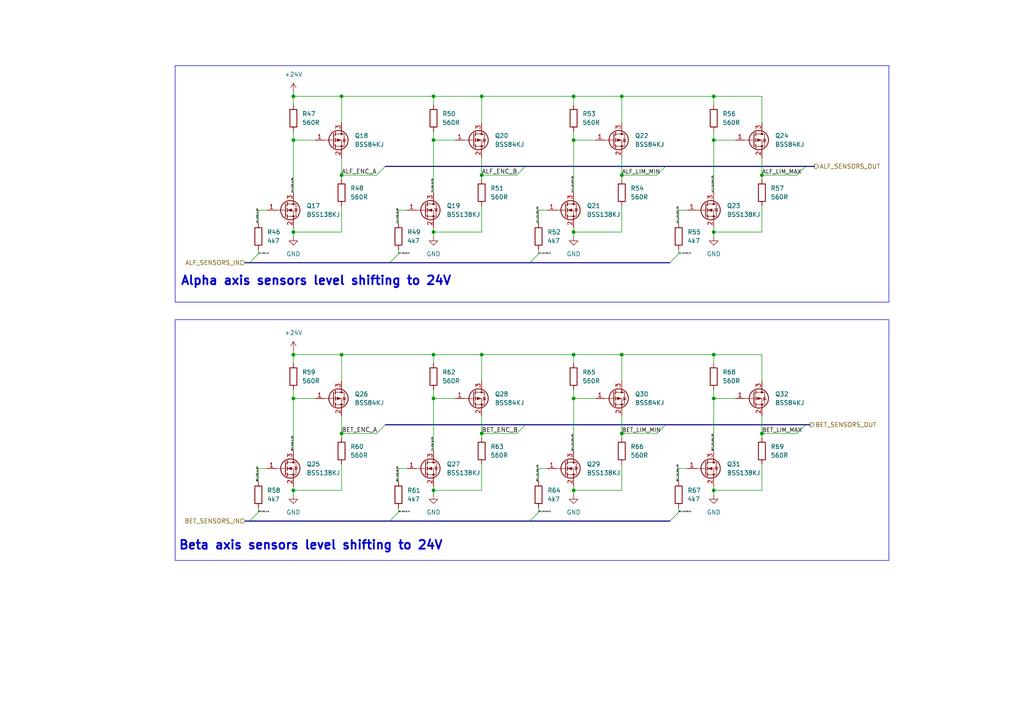
<source format=kicad_sch>
(kicad_sch (version 20231120) (generator "eeschema") (generator_version "8.0")
  (paper "A4")
  (title_block (title "Karcsi (INDACT Robot Arm) - Aux. Control Board 3") (date "2024-05-09") (rev "1.0") (company "LEGO Kör (legokor.hu)") (comment 1 "Designed by Panka Horváth, Gergely Halász, Máté Kovács") (comment 2 "Reviewed by Máté Kovács, "))
  (lib_symbols
    (symbol "Device:R" (pin_numbers hide) (pin_names (offset 0))
      (property "Reference" "R" (at 2.032 0 90))
      (property "Value" "R" (at 0 0 90))
      (symbol "R_0_1"
        (rectangle (start -1.016 -2.54) (end 1.016 2.54) (stroke (width 0.254)))
      )
      (symbol "R_1_1"
        (pin passive line (at 0 3.81 270) (length 1.27) (name "~") (number "1"))
        (pin passive line (at 0 -3.81 90) (length 1.27) (name "~") (number "2"))
      )
    )
    (symbol "Transistor_FET:BSS138" (pin_names hide)
      (property "Reference" "Q" (at 5.08 1.905 0))
      (property "Value" "BSS138" (at 5.08 0 0))
      (symbol "BSS138_0_1"
        (polyline (pts (xy 0.254 0) (xy -2.54 0)))
        (polyline (pts (xy 0.254 1.905) (xy 0.254 -1.905)) (stroke (width 0.254)))
        (polyline (pts (xy 0.762 -1.27) (xy 0.762 -2.286)) (stroke (width 0.254)))
        (polyline (pts (xy 0.762 0.508) (xy 0.762 -0.508)) (stroke (width 0.254)))
        (polyline (pts (xy 0.762 2.286) (xy 0.762 1.27)) (stroke (width 0.254)))
        (polyline (pts (xy 2.54 2.54) (xy 2.54 1.778)))
        (polyline (pts (xy 2.54 -2.54) (xy 2.54 0) (xy 0.762 0)))
        (polyline (pts (xy 0.762 -1.778) (xy 3.302 -1.778) (xy 3.302 1.778) (xy 0.762 1.778)))
        (polyline (pts (xy 1.016 0) (xy 2.032 0.381) (xy 2.032 -0.381) (xy 1.016 0)) (fill (type outline)))
        (polyline (pts (xy 2.794 0.508) (xy 2.921 0.381) (xy 3.683 0.381) (xy 3.81 0.254)))
        (polyline (pts (xy 3.302 0.381) (xy 2.921 -0.254) (xy 3.683 -0.254) (xy 3.302 0.381)))
        (circle (center 1.651 0) (radius 2.794) (stroke (width 0.254)))
        (circle (center 2.54 -1.778) (radius 0.254) (fill (type outline)))
        (circle (center 2.54 1.778) (radius 0.254) (fill (type outline)))
      )
      (symbol "BSS138_1_1"
        (pin input line (at -5.08 0 0) (length 2.54) (name "G") (number "1"))
        (pin passive line (at 2.54 -5.08 90) (length 2.54) (name "S") (number "2"))
        (pin passive line (at 2.54 5.08 270) (length 2.54) (name "D") (number "3"))
      )
    )
    (symbol "Transistor_FET:BSS84" (pin_names hide)
      (property "Reference" "Q" (at 5.08 1.905 0))
      (property "Value" "BSS84" (at 5.08 0 0))
      (symbol "BSS84_0_1"
        (polyline (pts (xy 0.254 0) (xy -2.54 0)))
        (polyline (pts (xy 0.254 1.905) (xy 0.254 -1.905)) (stroke (width 0.254)))
        (polyline (pts (xy 0.762 -1.27) (xy 0.762 -2.286)) (stroke (width 0.254)))
        (polyline (pts (xy 0.762 0.508) (xy 0.762 -0.508)) (stroke (width 0.254)))
        (polyline (pts (xy 0.762 2.286) (xy 0.762 1.27)) (stroke (width 0.254)))
        (polyline (pts (xy 2.54 2.54) (xy 2.54 1.778)))
        (polyline (pts (xy 2.54 -2.54) (xy 2.54 0) (xy 0.762 0)))
        (polyline (pts (xy 0.762 1.778) (xy 3.302 1.778) (xy 3.302 -1.778) (xy 0.762 -1.778)))
        (polyline (pts (xy 2.286 0) (xy 1.27 0.381) (xy 1.27 -0.381) (xy 2.286 0)) (fill (type outline)))
        (polyline (pts (xy 2.794 -0.508) (xy 2.921 -0.381) (xy 3.683 -0.381) (xy 3.81 -0.254)))
        (polyline (pts (xy 3.302 -0.381) (xy 2.921 0.254) (xy 3.683 0.254) (xy 3.302 -0.381)))
        (circle (center 1.651 0) (radius 2.794) (stroke (width 0.254)))
        (circle (center 2.54 -1.778) (radius 0.254) (fill (type outline)))
        (circle (center 2.54 1.778) (radius 0.254) (fill (type outline)))
      )
      (symbol "BSS84_1_1"
        (pin input line (at -5.08 0 0) (length 2.54) (name "G") (number "1"))
        (pin passive line (at 2.54 -5.08 90) (length 2.54) (name "S") (number "2"))
        (pin passive line (at 2.54 5.08 270) (length 2.54) (name "D") (number "3"))
      )
    )
    (symbol "power:+24V" (power) (pin_numbers hide) (pin_names (offset 0) hide)
      (property "Value" "+24V" (at 0 3.556 0))
      (symbol "+24V_0_1"
        (polyline (pts (xy -0.762 1.27) (xy 0 2.54)))
        (polyline (pts (xy 0 0) (xy 0 2.54)))
        (polyline (pts (xy 0 2.54) (xy 0.762 1.27)))
      )
      (symbol "+24V_1_1"
        (pin power_in line (at 0 0 90) (length 0) (name "~") (number "1"))
      )
    )
    (symbol "power:GND" (power) (pin_numbers hide) (pin_names (offset 0) hide)
      (property "Value" "GND" (at 0 -3.81 0))
      (symbol "GND_0_1"
        (polyline (pts (xy 0 0) (xy 0 -1.27) (xy 1.27 -1.27) (xy 0 -2.54) (xy -1.27 -1.27) (xy 0 -1.27)))
      )
      (symbol "GND_1_1"
        (pin power_in line (at 0 0 270) (length 0) (name "~") (number "1"))
      )
    )
  )
  (junction (at 166.37 40.64))
  (junction (at 85.09 102.87))
  (junction (at 85.09 142.24))
  (junction (at 99.06 102.87))
  (junction (at 125.73 102.87))
  (junction (at 139.7 50.8))
  (junction (at 207.01 142.24))
  (junction (at 125.73 67.31))
  (junction (at 180.34 50.8))
  (junction (at 220.98 125.73))
  (junction (at 85.09 40.64))
  (junction (at 99.06 27.94))
  (junction (at 180.34 125.73))
  (junction (at 99.06 50.8))
  (junction (at 166.37 27.94))
  (junction (at 180.34 102.87))
  (junction (at 180.34 27.94))
  (junction (at 166.37 102.87))
  (junction (at 85.09 27.94))
  (junction (at 207.01 102.87))
  (junction (at 166.37 115.57))
  (junction (at 207.01 27.94))
  (junction (at 125.73 40.64))
  (junction (at 139.7 27.94))
  (junction (at 207.01 40.64))
  (junction (at 125.73 142.24))
  (junction (at 139.7 102.87))
  (junction (at 166.37 67.31))
  (junction (at 207.01 115.57))
  (junction (at 220.98 50.8))
  (junction (at 99.06 125.73))
  (junction (at 85.09 67.31))
  (junction (at 207.01 67.31))
  (junction (at 125.73 27.94))
  (junction (at 85.09 115.57))
  (junction (at 139.7 125.73))
  (junction (at 166.37 142.24))
  (junction (at 125.73 115.57))
  (bus_entry (at 109.22 125.73) (size 2.54 -2.54))
  (bus_entry (at 149.86 50.8) (size 2.54 -2.54))
  (bus_entry (at 196.85 148.59) (size -2.54 2.54))
  (bus_entry (at 190.5 50.8) (size 2.54 -2.54))
  (bus_entry (at 115.57 73.66) (size -2.54 2.54))
  (bus_entry (at 196.85 73.66) (size -2.54 2.54))
  (bus_entry (at 74.93 148.59) (size -2.54 2.54))
  (bus_entry (at 149.86 125.73) (size 2.54 -2.54))
  (bus_entry (at 156.21 148.59) (size -2.54 2.54))
  (bus_entry (at 231.14 125.73) (size 2.54 -2.54))
  (bus_entry (at 115.57 148.59) (size -2.54 2.54))
  (bus_entry (at 231.14 50.8) (size 2.54 -2.54))
  (bus_entry (at 190.5 125.73) (size 2.54 -2.54))
  (bus_entry (at 156.21 73.66) (size -2.54 2.54))
  (bus_entry (at 109.22 50.8) (size 2.54 -2.54))
  (bus_entry (at 74.93 73.66) (size -2.54 2.54))
  (wire (pts (xy 139.7 50.8) (xy 139.7 52.07)))
  (wire (pts (xy 139.7 120.65) (xy 139.7 125.73)))
  (wire (pts (xy 125.73 40.64) (xy 132.08 40.64)))
  (wire (pts (xy 180.34 27.94) (xy 207.01 27.94)))
  (bus (pts (xy 193.04 48.26) (xy 233.68 48.26)))
  (wire (pts (xy 125.73 38.1) (xy 125.73 40.64)))
  (wire (pts (xy 139.7 67.31) (xy 125.73 67.31)))
  (wire (pts (xy 125.73 67.31) (xy 125.73 68.58)))
  (wire (pts (xy 99.06 125.73) (xy 109.22 125.73)))
  (wire (pts (xy 99.06 125.73) (xy 99.06 127)))
  (wire (pts (xy 99.06 50.8) (xy 109.22 50.8)))
  (wire (pts (xy 85.09 115.57) (xy 85.09 130.81)))
  (wire (pts (xy 85.09 101.6) (xy 85.09 102.87)))
  (wire (pts (xy 115.57 60.96) (xy 115.57 64.77)))
  (wire (pts (xy 139.7 134.62) (xy 139.7 142.24)))
  (wire (pts (xy 166.37 27.94) (xy 180.34 27.94)))
  (wire (pts (xy 156.21 60.96) (xy 156.21 64.77)))
  (wire (pts (xy 85.09 66.04) (xy 85.09 67.31)))
  (bus (pts (xy 152.4 48.26) (xy 193.04 48.26)))
  (wire (pts (xy 125.73 142.24) (xy 125.73 143.51)))
  (wire (pts (xy 139.7 27.94) (xy 166.37 27.94)))
  (wire (pts (xy 166.37 113.03) (xy 166.37 115.57)))
  (wire (pts (xy 180.34 125.73) (xy 190.5 125.73)))
  (wire (pts (xy 139.7 102.87) (xy 166.37 102.87)))
  (wire (pts (xy 196.85 60.96) (xy 196.85 64.77)))
  (wire (pts (xy 166.37 40.64) (xy 166.37 55.88)))
  (wire (pts (xy 85.09 140.97) (xy 85.09 142.24)))
  (wire (pts (xy 207.01 115.57) (xy 207.01 130.81)))
  (wire (pts (xy 99.06 102.87) (xy 99.06 110.49)))
  (wire (pts (xy 220.98 67.31) (xy 207.01 67.31)))
  (wire (pts (xy 85.09 142.24) (xy 85.09 143.51)))
  (wire (pts (xy 85.09 115.57) (xy 91.44 115.57)))
  (wire (pts (xy 156.21 147.32) (xy 156.21 148.59)))
  (wire (pts (xy 220.98 50.8) (xy 220.98 52.07)))
  (wire (pts (xy 125.73 27.94) (xy 125.73 30.48)))
  (wire (pts (xy 220.98 50.8) (xy 231.14 50.8)))
  (wire (pts (xy 180.34 67.31) (xy 166.37 67.31)))
  (wire (pts (xy 166.37 40.64) (xy 172.72 40.64)))
  (wire (pts (xy 125.73 27.94) (xy 139.7 27.94)))
  (wire (pts (xy 139.7 102.87) (xy 139.7 110.49)))
  (wire (pts (xy 180.34 102.87) (xy 180.34 110.49)))
  (wire (pts (xy 180.34 50.8) (xy 190.5 50.8)))
  (wire (pts (xy 85.09 102.87) (xy 85.09 105.41)))
  (wire (pts (xy 196.85 135.89) (xy 196.85 139.7)))
  (wire (pts (xy 125.73 115.57) (xy 125.73 130.81)))
  (wire (pts (xy 207.01 115.57) (xy 213.36 115.57)))
  (wire (pts (xy 115.57 135.89) (xy 115.57 139.7)))
  (wire (pts (xy 125.73 102.87) (xy 125.73 105.41)))
  (wire (pts (xy 207.01 40.64) (xy 207.01 55.88)))
  (wire (pts (xy 74.93 60.96) (xy 77.47 60.96)))
  (wire (pts (xy 139.7 45.72) (xy 139.7 50.8)))
  (wire (pts (xy 85.09 27.94) (xy 99.06 27.94)))
  (wire (pts (xy 220.98 27.94) (xy 220.98 35.56)))
  (wire (pts (xy 166.37 67.31) (xy 166.37 68.58)))
  (wire (pts (xy 207.01 27.94) (xy 220.98 27.94)))
  (wire (pts (xy 125.73 40.64) (xy 125.73 55.88)))
  (wire (pts (xy 207.01 67.31) (xy 207.01 68.58)))
  (wire (pts (xy 99.06 102.87) (xy 125.73 102.87)))
  (wire (pts (xy 85.09 113.03) (xy 85.09 115.57)))
  (bus (pts (xy 71.12 151.13) (xy 72.39 151.13)))
  (wire (pts (xy 207.01 38.1) (xy 207.01 40.64)))
  (wire (pts (xy 180.34 134.62) (xy 180.34 142.24)))
  (bus (pts (xy 153.67 151.13) (xy 194.31 151.13)))
  (wire (pts (xy 74.93 147.32) (xy 74.93 148.59)))
  (wire (pts (xy 139.7 142.24) (xy 125.73 142.24)))
  (wire (pts (xy 207.01 66.04) (xy 207.01 67.31)))
  (wire (pts (xy 139.7 125.73) (xy 139.7 127)))
  (wire (pts (xy 125.73 113.03) (xy 125.73 115.57)))
  (wire (pts (xy 207.01 140.97) (xy 207.01 142.24)))
  (wire (pts (xy 139.7 125.73) (xy 149.86 125.73)))
  (wire (pts (xy 99.06 67.31) (xy 85.09 67.31)))
  (wire (pts (xy 166.37 142.24) (xy 166.37 143.51)))
  (wire (pts (xy 196.85 72.39) (xy 196.85 73.66)))
  (wire (pts (xy 180.34 27.94) (xy 180.34 35.56)))
  (wire (pts (xy 74.93 60.96) (xy 74.93 64.77)))
  (wire (pts (xy 207.01 27.94) (xy 207.01 30.48)))
  (bus (pts (xy 233.68 48.26) (xy 236.22 48.26)))
  (wire (pts (xy 180.34 59.69) (xy 180.34 67.31)))
  (wire (pts (xy 99.06 45.72) (xy 99.06 50.8)))
  (wire (pts (xy 125.73 140.97) (xy 125.73 142.24)))
  (bus (pts (xy 113.03 76.2) (xy 153.67 76.2)))
  (wire (pts (xy 139.7 59.69) (xy 139.7 67.31)))
  (wire (pts (xy 99.06 59.69) (xy 99.06 67.31)))
  (wire (pts (xy 180.34 45.72) (xy 180.34 50.8)))
  (bus (pts (xy 111.76 123.19) (xy 152.4 123.19)))
  (wire (pts (xy 220.98 125.73) (xy 220.98 127)))
  (wire (pts (xy 166.37 102.87) (xy 166.37 105.41)))
  (wire (pts (xy 220.98 45.72) (xy 220.98 50.8)))
  (wire (pts (xy 220.98 102.87) (xy 220.98 110.49)))
  (wire (pts (xy 85.09 38.1) (xy 85.09 40.64)))
  (bus (pts (xy 111.76 48.26) (xy 152.4 48.26)))
  (wire (pts (xy 220.98 142.24) (xy 207.01 142.24)))
  (wire (pts (xy 115.57 135.89) (xy 118.11 135.89)))
  (wire (pts (xy 207.01 142.24) (xy 207.01 143.51)))
  (wire (pts (xy 156.21 72.39) (xy 156.21 73.66)))
  (wire (pts (xy 196.85 60.96) (xy 199.39 60.96)))
  (wire (pts (xy 99.06 27.94) (xy 99.06 35.56)))
  (wire (pts (xy 166.37 115.57) (xy 166.37 130.81)))
  (wire (pts (xy 207.01 113.03) (xy 207.01 115.57)))
  (wire (pts (xy 85.09 67.31) (xy 85.09 68.58)))
  (wire (pts (xy 207.01 102.87) (xy 220.98 102.87)))
  (wire (pts (xy 85.09 40.64) (xy 85.09 55.88)))
  (bus (pts (xy 72.39 76.2) (xy 113.03 76.2)))
  (wire (pts (xy 156.21 135.89) (xy 158.75 135.89)))
  (wire (pts (xy 196.85 135.89) (xy 199.39 135.89)))
  (wire (pts (xy 85.09 27.94) (xy 85.09 30.48)))
  (wire (pts (xy 156.21 60.96) (xy 158.75 60.96)))
  (wire (pts (xy 180.34 125.73) (xy 180.34 127)))
  (bus (pts (xy 71.12 76.2) (xy 72.39 76.2)))
  (wire (pts (xy 220.98 120.65) (xy 220.98 125.73)))
  (bus (pts (xy 152.4 123.19) (xy 193.04 123.19)))
  (wire (pts (xy 166.37 140.97) (xy 166.37 142.24)))
  (wire (pts (xy 85.09 40.64) (xy 91.44 40.64)))
  (wire (pts (xy 207.01 102.87) (xy 207.01 105.41)))
  (wire (pts (xy 166.37 115.57) (xy 172.72 115.57)))
  (wire (pts (xy 139.7 50.8) (xy 149.86 50.8)))
  (wire (pts (xy 196.85 147.32) (xy 196.85 148.59)))
  (wire (pts (xy 125.73 66.04) (xy 125.73 67.31)))
  (wire (pts (xy 180.34 102.87) (xy 207.01 102.87)))
  (wire (pts (xy 166.37 66.04) (xy 166.37 67.31)))
  (wire (pts (xy 166.37 38.1) (xy 166.37 40.64)))
  (wire (pts (xy 74.93 72.39) (xy 74.93 73.66)))
  (wire (pts (xy 99.06 142.24) (xy 85.09 142.24)))
  (bus (pts (xy 193.04 123.19) (xy 233.68 123.19)))
  (wire (pts (xy 166.37 27.94) (xy 166.37 30.48)))
  (wire (pts (xy 180.34 120.65) (xy 180.34 125.73)))
  (wire (pts (xy 166.37 102.87) (xy 180.34 102.87)))
  (wire (pts (xy 99.06 120.65) (xy 99.06 125.73)))
  (wire (pts (xy 115.57 147.32) (xy 115.57 148.59)))
  (wire (pts (xy 74.93 135.89) (xy 77.47 135.89)))
  (wire (pts (xy 220.98 59.69) (xy 220.98 67.31)))
  (wire (pts (xy 115.57 60.96) (xy 118.11 60.96)))
  (wire (pts (xy 125.73 115.57) (xy 132.08 115.57)))
  (wire (pts (xy 156.21 135.89) (xy 156.21 139.7)))
  (wire (pts (xy 180.34 142.24) (xy 166.37 142.24)))
  (wire (pts (xy 125.73 102.87) (xy 139.7 102.87)))
  (wire (pts (xy 85.09 26.67) (xy 85.09 27.94)))
  (wire (pts (xy 220.98 125.73) (xy 231.14 125.73)))
  (wire (pts (xy 220.98 134.62) (xy 220.98 142.24)))
  (bus (pts (xy 153.67 76.2) (xy 194.31 76.2)))
  (wire (pts (xy 180.34 50.8) (xy 180.34 52.07)))
  (wire (pts (xy 99.06 134.62) (xy 99.06 142.24)))
  (bus (pts (xy 72.39 151.13) (xy 113.03 151.13)))
  (wire (pts (xy 139.7 27.94) (xy 139.7 35.56)))
  (wire (pts (xy 74.93 135.89) (xy 74.93 139.7)))
  (wire (pts (xy 85.09 102.87) (xy 99.06 102.87)))
  (wire (pts (xy 99.06 27.94) (xy 125.73 27.94)))
  (bus (pts (xy 233.68 123.19) (xy 234.95 123.19)))
  (wire (pts (xy 99.06 50.8) (xy 99.06 52.07)))
  (wire (pts (xy 115.57 72.39) (xy 115.57 73.66)))
  (wire (pts (xy 207.01 40.64) (xy 213.36 40.64)))
  (bus (pts (xy 113.03 151.13) (xy 153.67 151.13)))
  (rectangle (start 50.8 92.71) (end 257.81 162.56))
  (rectangle (start 50.8 19.05) (end 257.81 87.63))
  (text "Alpha axis sensors level shifting to 24V" (at 91.694 81.534 0) (effects (font (size 2.54 2.54) (thickness 0.508) (bold yes))))
  (text "Beta axis sensors level shifting to 24V" (at 90.17 158.242 0) (effects (font (size 2.54 2.54) (thickness 0.508) (bold yes))))
  (label "BET_ENC_A_PG" (at 85.09 130.81 90) (effects (font (size 0.4 0.4))))
  (label "BET_ENC_A_IN" (at 74.93 148.59 0) (effects (font (size 0.3 0.3))))
  (label "BET_LIM_MIN_IN" (at 156.21 148.59 0) (effects (font (size 0.3 0.3))))
  (label "ALF_ENC_A_IN" (at 74.93 73.66 0) (effects (font (size 0.3 0.3))))
  (label "BET_ENC_A_NG" (at 74.93 139.7 90) (effects (font (size 0.4 0.4))))
  (label "ALF_LIM_MIN" (at 180.34 50.8 0) (effects (font (size 1.2 1.2))))
  (label "ALF_LIM_MAX" (at 220.98 50.8 0) (effects (font (size 1.2 1.2))))
  (label "ALF_LIM_MAX_IN" (at 196.85 73.66 0) (effects (font (size 0.3 0.3))))
  (label "BET_LIM_MIN" (at 180.34 125.73 0) (effects (font (size 1.2 1.2))))
  (label "ALF_LIM_MIN_PG" (at 166.37 55.88 90) (effects (font (size 0.4 0.4))))
  (label "ALF_ENC_B" (at 139.7 50.8 0))
  (label "BET_LIM_MIN_PG" (at 166.37 130.81 90) (effects (font (size 0.4 0.4))))
  (label "ALF_ENC_B_IN" (at 115.57 73.66 0) (effects (font (size 0.3 0.3))))
  (label "BET_ENC_B" (at 139.7 125.73 0))
  (label "ALF_LIM_MIN_NG" (at 156.21 64.77 90) (effects (font (size 0.4 0.4))))
  (label "ALF_ENC_A_NG" (at 74.93 64.77 90) (effects (font (size 0.4 0.4))))
  (label "BET_LIM_MAX" (at 220.98 125.73 0) (effects (font (size 1.2 1.2))))
  (label "BET_ENC_A" (at 99.06 125.73 0))
  (label "TN_ENC_B_PG" (at 125.73 130.81 90) (effects (font (size 0.4 0.4))))
  (label "ALF_ENC_A_PG" (at 85.09 55.88 90) (effects (font (size 0.4 0.4))))
  (label "BET_ENC_B_NG" (at 115.57 139.7 90) (effects (font (size 0.4 0.4))))
  (label "BET_LIM_MAX_IN" (at 196.85 148.59 0) (effects (font (size 0.3 0.3))))
  (label "BET_LIM_MIN_NG" (at 156.21 139.7 90) (effects (font (size 0.4 0.4))))
  (label "BET_LIM_MAX_PG" (at 207.01 130.81 90) (effects (font (size 0.4 0.4))))
  (label "TN_ENC_B_PG" (at 125.73 55.88 90) (effects (font (size 0.4 0.4))))
  (label "BET_LIM_MAX_NG" (at 196.85 139.7 90) (effects (font (size 0.4 0.4))))
  (label "ALF_LIM_MAX_NG" (at 196.85 64.77 90) (effects (font (size 0.4 0.4))))
  (label "ALF_LIM_MAX_PG" (at 207.01 55.88 90) (effects (font (size 0.4 0.4))))
  (label "ALF_LIM_MIN_IN" (at 156.21 73.66 0) (effects (font (size 0.3 0.3))))
  (label "ALF_ENC_A" (at 99.06 50.8 0))
  (label "BET_ENC_B_IN" (at 115.57 148.59 0) (effects (font (size 0.3 0.3))))
  (label "ALF_ENC_B_NG" (at 115.57 64.77 90) (effects (font (size 0.4 0.4))))
  (hierarchical_label "BET_SENSORS_IN" (shape input) (at 71.12 151.13 180))
  (hierarchical_label "ALF_SENSORS_IN" (shape input) (at 71.12 76.2 180))
  (hierarchical_label "ALF_SENSORS_OUT" (shape output) (at 236.22 48.26 0))
  (hierarchical_label "BET_SENSORS_OUT" (shape output) (at 234.95 123.19 0))
  (symbol (lib_id "Device:R") (at 99.06 130.81 0) (unit 1)
    (property "Reference" "R60" (at 101.6 129.5399 0) (effects (justify left)))
    (property "Value" "560R" (at 101.6 132.0799 0) (effects (justify left)))
    (property "Footprint" "Resistor_SMD:R_0805_2012Metric_Pad1.20x1.40mm_HandSolder" (effects (hide yes)))
    (property "Description" "Resistor" (effects (hide yes)))
    (property "Supplier" "Lomex" (effects (hide yes)))
    (property "Supplier item no" "81-10-84" (effects (hide yes)))
    (property "Sourced" "1" (effects (hide yes)))
  )
  (symbol (lib_id "Device:R") (at 99.06 55.88 0) (unit 1)
    (property "Reference" "R48" (at 101.6 54.6099 0) (effects (justify left)))
    (property "Value" "560R" (at 101.6 57.1499 0) (effects (justify left)))
    (property "Footprint" "Resistor_SMD:R_0805_2012Metric_Pad1.20x1.40mm_HandSolder" (effects (hide yes)))
    (property "Description" "Resistor" (effects (hide yes)))
    (property "Supplier" "Lomex" (effects (hide yes)))
    (property "Supplier item no" "81-10-84" (effects (hide yes)))
    (property "Sourced" "1" (effects (hide yes)))
  )
  (symbol (lib_id "Device:R") (at 85.09 34.29 0) (unit 1)
    (property "Reference" "R47" (at 87.63 33.0199 0) (effects (justify left)))
    (property "Value" "560R" (at 87.63 35.5599 0) (effects (justify left)))
    (property "Footprint" "Resistor_SMD:R_0805_2012Metric_Pad1.20x1.40mm_HandSolder" (effects (hide yes)))
    (property "Description" "Resistor" (effects (hide yes)))
    (property "Supplier" "Lomex" (effects (hide yes)))
    (property "Supplier item no" "81-10-84" (effects (hide yes)))
    (property "Sourced" "1" (effects (hide yes)))
  )
  (symbol (lib_id "Transistor_FET:BSS84") (at 96.52 115.57 0) (unit 1)
    (property "Reference" "Q26" (at 102.87 114.2999 0) (effects (justify left)))
    (property "Value" "BSS84KJ" (at 102.87 116.8399 0) (effects (justify left)))
    (property "Footprint" "Package_TO_SOT_SMD:SOT-23" (effects (hide yes)))
    (property "Datasheet" "https://lomex.hu/pdf/yet/(yet)_bss84kj.pdf" (effects (hide yes)))
    (property "Description" "-0.13A Id, -50V Vds, P-Channel MOSFET, SOT-23" (effects (hide yes)))
    (property "Sourced" "0" (effects (hide yes)))
    (property "Supplier" "Lomex" (effects (hide yes)))
    (property "Supplier URL" "https://lomex.hu/hu/webshop/#page,0/search,86-07-17/stype,1" (effects (hide yes)))
    (property "Supplier item no" "86-07-17" (effects (hide yes)))
  )
  (symbol (lib_id "Transistor_FET:BSS138") (at 123.19 135.89 0) (unit 1)
    (property "Reference" "Q27" (at 129.54 134.6199 0) (effects (justify left)))
    (property "Value" "BSS138KJ" (at 129.54 137.1599 0) (effects (justify left)))
    (property "Footprint" "Package_TO_SOT_SMD:SOT-23" (effects (hide yes)))
    (property "Datasheet" "https://lomex.hu/pdf/yet/(yet)_bss138kj.pdf" (effects (hide yes)))
    (property "Description" "50V Vds, 0.22A Id, N-Channel MOSFET, SOT-23" (effects (hide yes)))
    (property "Supplier" "Lomex" (effects (hide yes)))
    (property "Supplier URL" "https://lomex.hu/hu/webshop/#page,0/search,86-07-11/stype,1" (effects (hide yes)))
    (property "Supplier item no" "86-07-11" (effects (hide yes)))
    (property "Sourced" "1" (effects (hide yes)))
  )
  (symbol (lib_id "Device:R") (at 220.98 55.88 0) (unit 1)
    (property "Reference" "R57" (at 223.52 54.6099 0) (effects (justify left)))
    (property "Value" "560R" (at 223.52 57.1499 0) (effects (justify left)))
    (property "Footprint" "Resistor_SMD:R_0805_2012Metric_Pad1.20x1.40mm_HandSolder" (effects (hide yes)))
    (property "Description" "Resistor" (effects (hide yes)))
    (property "Supplier" "Lomex" (effects (hide yes)))
    (property "Supplier item no" "81-10-84" (effects (hide yes)))
    (property "Sourced" "1" (effects (hide yes)))
  )
  (symbol (lib_id "power:GND") (at 125.73 143.51 0) (unit 1)
    (property "Reference" "#PWR035" (effects (hide yes)))
    (property "Value" "GND" (at 125.73 148.59 0))
    (property "Description" "Power symbol creates a global label with name \"GND\" , ground" (effects (hide yes)))
  )
  (symbol (lib_id "power:GND") (at 85.09 68.58 0) (unit 1)
    (property "Reference" "#PWR029" (effects (hide yes)))
    (property "Value" "GND" (at 85.09 73.66 0))
    (property "Description" "Power symbol creates a global label with name \"GND\" , ground" (effects (hide yes)))
  )
  (symbol (lib_id "Device:R") (at 156.21 143.51 0) (unit 1)
    (property "Reference" "R64" (at 158.75 142.2399 0) (effects (justify left)))
    (property "Value" "4k7" (at 158.75 144.7799 0) (effects (justify left)))
    (property "Footprint" "Resistor_SMD:R_0805_2012Metric_Pad1.20x1.40mm_HandSolder" (effects (hide yes)))
    (property "Description" "Resistor" (effects (hide yes)))
    (property "Supplier" "Lomex" (effects (hide yes)))
    (property "Supplier item no" "81-10-95" (effects (hide yes)))
    (property "Sourced" "1" (effects (hide yes)))
  )
  (symbol (lib_id "Device:R") (at 180.34 130.81 0) (unit 1)
    (property "Reference" "R66" (at 182.88 129.5399 0) (effects (justify left)))
    (property "Value" "560R" (at 182.88 132.0799 0) (effects (justify left)))
    (property "Footprint" "Resistor_SMD:R_0805_2012Metric_Pad1.20x1.40mm_HandSolder" (effects (hide yes)))
    (property "Description" "Resistor" (effects (hide yes)))
    (property "Supplier" "Lomex" (effects (hide yes)))
    (property "Supplier item no" "81-10-84" (effects (hide yes)))
    (property "Sourced" "1" (effects (hide yes)))
  )
  (symbol (lib_id "Transistor_FET:BSS138") (at 82.55 60.96 0) (unit 1)
    (property "Reference" "Q17" (at 88.9 59.6899 0) (effects (justify left)))
    (property "Value" "BSS138KJ" (at 88.9 62.2299 0) (effects (justify left)))
    (property "Footprint" "Package_TO_SOT_SMD:SOT-23" (effects (hide yes)))
    (property "Datasheet" "https://lomex.hu/pdf/yet/(yet)_bss138kj.pdf" (effects (hide yes)))
    (property "Description" "50V Vds, 0.22A Id, N-Channel MOSFET, SOT-23" (effects (hide yes)))
    (property "Supplier" "Lomex" (effects (hide yes)))
    (property "Supplier URL" "https://lomex.hu/hu/webshop/#page,0/search,86-07-11/stype,1" (effects (hide yes)))
    (property "Supplier item no" "86-07-11" (effects (hide yes)))
    (property "Sourced" "1" (effects (hide yes)))
  )
  (symbol (lib_id "Device:R") (at 85.09 109.22 0) (unit 1)
    (property "Reference" "R59" (at 87.63 107.9499 0) (effects (justify left)))
    (property "Value" "560R" (at 87.63 110.4899 0) (effects (justify left)))
    (property "Footprint" "Resistor_SMD:R_0805_2012Metric_Pad1.20x1.40mm_HandSolder" (effects (hide yes)))
    (property "Description" "Resistor" (effects (hide yes)))
    (property "Supplier" "Lomex" (effects (hide yes)))
    (property "Supplier item no" "81-10-84" (effects (hide yes)))
    (property "Sourced" "1" (effects (hide yes)))
  )
  (symbol (lib_id "Device:R") (at 156.21 68.58 0) (unit 1)
    (property "Reference" "R52" (at 158.75 67.3099 0) (effects (justify left)))
    (property "Value" "4k7" (at 158.75 69.8499 0) (effects (justify left)))
    (property "Footprint" "Resistor_SMD:R_0805_2012Metric_Pad1.20x1.40mm_HandSolder" (effects (hide yes)))
    (property "Description" "Resistor" (effects (hide yes)))
    (property "Supplier" "Lomex" (effects (hide yes)))
    (property "Supplier item no" "81-10-95" (effects (hide yes)))
    (property "Sourced" "1" (effects (hide yes)))
  )
  (symbol (lib_id "Device:R") (at 115.57 68.58 0) (unit 1)
    (property "Reference" "R49" (at 118.11 67.3099 0) (effects (justify left)))
    (property "Value" "4k7" (at 118.11 69.8499 0) (effects (justify left)))
    (property "Footprint" "Resistor_SMD:R_0805_2012Metric_Pad1.20x1.40mm_HandSolder" (effects (hide yes)))
    (property "Description" "Resistor" (effects (hide yes)))
    (property "Supplier" "Lomex" (effects (hide yes)))
    (property "Supplier item no" "81-10-95" (effects (hide yes)))
    (property "Sourced" "1" (effects (hide yes)))
  )
  (symbol (lib_id "Transistor_FET:BSS138") (at 163.83 60.96 0) (unit 1)
    (property "Reference" "Q21" (at 170.18 59.6899 0) (effects (justify left)))
    (property "Value" "BSS138KJ" (at 170.18 62.2299 0) (effects (justify left)))
    (property "Footprint" "Package_TO_SOT_SMD:SOT-23" (effects (hide yes)))
    (property "Datasheet" "https://lomex.hu/pdf/yet/(yet)_bss138kj.pdf" (effects (hide yes)))
    (property "Description" "50V Vds, 0.22A Id, N-Channel MOSFET, SOT-23" (effects (hide yes)))
    (property "Supplier" "Lomex" (effects (hide yes)))
    (property "Supplier URL" "https://lomex.hu/hu/webshop/#page,0/search,86-07-11/stype,1" (effects (hide yes)))
    (property "Supplier item no" "86-07-11" (effects (hide yes)))
    (property "Sourced" "1" (effects (hide yes)))
  )
  (symbol (lib_id "Device:R") (at 74.93 143.51 0) (unit 1)
    (property "Reference" "R58" (at 77.47 142.2399 0) (effects (justify left)))
    (property "Value" "4k7" (at 77.47 144.7799 0) (effects (justify left)))
    (property "Footprint" "Resistor_SMD:R_0805_2012Metric_Pad1.20x1.40mm_HandSolder" (effects (hide yes)))
    (property "Description" "Resistor" (effects (hide yes)))
    (property "Supplier" "Lomex" (effects (hide yes)))
    (property "Supplier item no" "81-10-95" (effects (hide yes)))
    (property "Sourced" "1" (effects (hide yes)))
  )
  (symbol (lib_id "Device:R") (at 115.57 143.51 0) (unit 1)
    (property "Reference" "R61" (at 118.11 142.2399 0) (effects (justify left)))
    (property "Value" "4k7" (at 118.11 144.7799 0) (effects (justify left)))
    (property "Footprint" "Resistor_SMD:R_0805_2012Metric_Pad1.20x1.40mm_HandSolder" (effects (hide yes)))
    (property "Description" "Resistor" (effects (hide yes)))
    (property "Supplier" "Lomex" (effects (hide yes)))
    (property "Supplier item no" "81-10-95" (effects (hide yes)))
    (property "Sourced" "1" (effects (hide yes)))
  )
  (symbol (lib_id "Transistor_FET:BSS138") (at 123.19 60.96 0) (unit 1)
    (property "Reference" "Q19" (at 129.54 59.6899 0) (effects (justify left)))
    (property "Value" "BSS138KJ" (at 129.54 62.2299 0) (effects (justify left)))
    (property "Footprint" "Package_TO_SOT_SMD:SOT-23" (effects (hide yes)))
    (property "Datasheet" "https://lomex.hu/pdf/yet/(yet)_bss138kj.pdf" (effects (hide yes)))
    (property "Description" "50V Vds, 0.22A Id, N-Channel MOSFET, SOT-23" (effects (hide yes)))
    (property "Supplier" "Lomex" (effects (hide yes)))
    (property "Supplier URL" "https://lomex.hu/hu/webshop/#page,0/search,86-07-11/stype,1" (effects (hide yes)))
    (property "Supplier item no" "86-07-11" (effects (hide yes)))
    (property "Sourced" "1" (effects (hide yes)))
  )
  (symbol (lib_id "Device:R") (at 180.34 55.88 0) (unit 1)
    (property "Reference" "R54" (at 182.88 54.6099 0) (effects (justify left)))
    (property "Value" "560R" (at 182.88 57.1499 0) (effects (justify left)))
    (property "Footprint" "Resistor_SMD:R_0805_2012Metric_Pad1.20x1.40mm_HandSolder" (effects (hide yes)))
    (property "Description" "Resistor" (effects (hide yes)))
    (property "Supplier" "Lomex" (effects (hide yes)))
    (property "Supplier item no" "81-10-84" (effects (hide yes)))
    (property "Sourced" "1" (effects (hide yes)))
  )
  (symbol (lib_id "power:GND") (at 166.37 143.51 0) (unit 1)
    (property "Reference" "#PWR036" (effects (hide yes)))
    (property "Value" "GND" (at 166.37 148.59 0))
    (property "Description" "Power symbol creates a global label with name \"GND\" , ground" (effects (hide yes)))
  )
  (symbol (lib_id "Transistor_FET:BSS84") (at 137.16 40.64 0) (unit 1)
    (property "Reference" "Q20" (at 143.51 39.3699 0) (effects (justify left)))
    (property "Value" "BSS84KJ" (at 143.51 41.9099 0) (effects (justify left)))
    (property "Footprint" "Package_TO_SOT_SMD:SOT-23" (effects (hide yes)))
    (property "Datasheet" "https://lomex.hu/pdf/yet/(yet)_bss84kj.pdf" (effects (hide yes)))
    (property "Description" "-0.13A Id, -50V Vds, P-Channel MOSFET, SOT-23" (effects (hide yes)))
    (property "Sourced" "0" (effects (hide yes)))
    (property "Supplier" "Lomex" (effects (hide yes)))
    (property "Supplier URL" "https://lomex.hu/hu/webshop/#page,0/search,86-07-17/stype,1" (effects (hide yes)))
    (property "Supplier item no" "86-07-17" (effects (hide yes)))
  )
  (symbol (lib_id "Transistor_FET:BSS138") (at 163.83 135.89 0) (unit 1)
    (property "Reference" "Q29" (at 170.18 134.6199 0) (effects (justify left)))
    (property "Value" "BSS138KJ" (at 170.18 137.1599 0) (effects (justify left)))
    (property "Footprint" "Package_TO_SOT_SMD:SOT-23" (effects (hide yes)))
    (property "Datasheet" "https://lomex.hu/pdf/yet/(yet)_bss138kj.pdf" (effects (hide yes)))
    (property "Description" "50V Vds, 0.22A Id, N-Channel MOSFET, SOT-23" (effects (hide yes)))
    (property "Supplier" "Lomex" (effects (hide yes)))
    (property "Supplier URL" "https://lomex.hu/hu/webshop/#page,0/search,86-07-11/stype,1" (effects (hide yes)))
    (property "Supplier item no" "86-07-11" (effects (hide yes)))
    (property "Sourced" "1" (effects (hide yes)))
  )
  (symbol (lib_id "Device:R") (at 196.85 143.51 0) (unit 1)
    (property "Reference" "R67" (at 199.39 142.2399 0) (effects (justify left)))
    (property "Value" "4k7" (at 199.39 144.7799 0) (effects (justify left)))
    (property "Footprint" "Resistor_SMD:R_0805_2012Metric_Pad1.20x1.40mm_HandSolder" (effects (hide yes)))
    (property "Description" "Resistor" (effects (hide yes)))
    (property "Supplier" "Lomex" (effects (hide yes)))
    (property "Supplier item no" "81-10-95" (effects (hide yes)))
    (property "Sourced" "1" (effects (hide yes)))
  )
  (symbol (lib_id "Device:R") (at 166.37 109.22 0) (unit 1)
    (property "Reference" "R65" (at 168.91 107.9499 0) (effects (justify left)))
    (property "Value" "560R" (at 168.91 110.4899 0) (effects (justify left)))
    (property "Footprint" "Resistor_SMD:R_0805_2012Metric_Pad1.20x1.40mm_HandSolder" (effects (hide yes)))
    (property "Description" "Resistor" (effects (hide yes)))
    (property "Supplier" "Lomex" (effects (hide yes)))
    (property "Supplier item no" "81-10-84" (effects (hide yes)))
    (property "Sourced" "1" (effects (hide yes)))
  )
  (symbol (lib_id "power:+24V") (at 85.09 101.6 0) (unit 1)
    (property "Reference" "#PWR033" (effects (hide yes)))
    (property "Value" "+24V" (at 85.09 96.52 0))
    (property "Description" "Power symbol creates a global label with name \"+24V\"" (effects (hide yes)))
  )
  (symbol (lib_id "Device:R") (at 166.37 34.29 0) (unit 1)
    (property "Reference" "R53" (at 168.91 33.0199 0) (effects (justify left)))
    (property "Value" "560R" (at 168.91 35.5599 0) (effects (justify left)))
    (property "Footprint" "Resistor_SMD:R_0805_2012Metric_Pad1.20x1.40mm_HandSolder" (effects (hide yes)))
    (property "Description" "Resistor" (effects (hide yes)))
    (property "Supplier" "Lomex" (effects (hide yes)))
    (property "Supplier item no" "81-10-84" (effects (hide yes)))
    (property "Sourced" "1" (effects (hide yes)))
  )
  (symbol (lib_id "Device:R") (at 139.7 130.81 0) (unit 1)
    (property "Reference" "R63" (at 142.24 129.5399 0) (effects (justify left)))
    (property "Value" "560R" (at 142.24 132.0799 0) (effects (justify left)))
    (property "Footprint" "Resistor_SMD:R_0805_2012Metric_Pad1.20x1.40mm_HandSolder" (effects (hide yes)))
    (property "Description" "Resistor" (effects (hide yes)))
    (property "Supplier" "Lomex" (effects (hide yes)))
    (property "Supplier item no" "81-10-84" (effects (hide yes)))
    (property "Sourced" "1" (effects (hide yes)))
  )
  (symbol (lib_id "Device:R") (at 125.73 34.29 0) (unit 1)
    (property "Reference" "R50" (at 128.27 33.0199 0) (effects (justify left)))
    (property "Value" "560R" (at 128.27 35.5599 0) (effects (justify left)))
    (property "Footprint" "Resistor_SMD:R_0805_2012Metric_Pad1.20x1.40mm_HandSolder" (effects (hide yes)))
    (property "Description" "Resistor" (effects (hide yes)))
    (property "Supplier" "Lomex" (effects (hide yes)))
    (property "Supplier item no" "81-10-84" (effects (hide yes)))
    (property "Sourced" "1" (effects (hide yes)))
  )
  (symbol (lib_id "Device:R") (at 220.98 130.81 0) (unit 1)
    (property "Reference" "R69" (at 223.52 129.5399 0) (effects (justify left)))
    (property "Value" "560R" (at 223.52 132.0799 0) (effects (justify left)))
    (property "Footprint" "Resistor_SMD:R_0805_2012Metric_Pad1.20x1.40mm_HandSolder" (effects (hide yes)))
    (property "Description" "Resistor" (effects (hide yes)))
    (property "Supplier" "Lomex" (effects (hide yes)))
    (property "Supplier item no" "81-10-84" (effects (hide yes)))
    (property "Sourced" "1" (effects (hide yes)))
  )
  (symbol (lib_id "power:GND") (at 85.09 143.51 0) (unit 1)
    (property "Reference" "#PWR034" (effects (hide yes)))
    (property "Value" "GND" (at 85.09 148.59 0))
    (property "Description" "Power symbol creates a global label with name \"GND\" , ground" (effects (hide yes)))
  )
  (symbol (lib_id "Device:R") (at 196.85 68.58 0) (unit 1)
    (property "Reference" "R55" (at 199.39 67.3099 0) (effects (justify left)))
    (property "Value" "4k7" (at 199.39 69.8499 0) (effects (justify left)))
    (property "Footprint" "Resistor_SMD:R_0805_2012Metric_Pad1.20x1.40mm_HandSolder" (effects (hide yes)))
    (property "Description" "Resistor" (effects (hide yes)))
    (property "Supplier" "Lomex" (effects (hide yes)))
    (property "Supplier item no" "81-10-95" (effects (hide yes)))
    (property "Sourced" "1" (effects (hide yes)))
  )
  (symbol (lib_id "Transistor_FET:BSS84") (at 137.16 115.57 0) (unit 1)
    (property "Reference" "Q28" (at 143.51 114.2999 0) (effects (justify left)))
    (property "Value" "BSS84KJ" (at 143.51 116.8399 0) (effects (justify left)))
    (property "Footprint" "Package_TO_SOT_SMD:SOT-23" (effects (hide yes)))
    (property "Datasheet" "https://lomex.hu/pdf/yet/(yet)_bss84kj.pdf" (effects (hide yes)))
    (property "Description" "-0.13A Id, -50V Vds, P-Channel MOSFET, SOT-23" (effects (hide yes)))
    (property "Sourced" "0" (effects (hide yes)))
    (property "Supplier" "Lomex" (effects (hide yes)))
    (property "Supplier URL" "https://lomex.hu/hu/webshop/#page,0/search,86-07-17/stype,1" (effects (hide yes)))
    (property "Supplier item no" "86-07-17" (effects (hide yes)))
  )
  (symbol (lib_id "Transistor_FET:BSS138") (at 204.47 135.89 0) (unit 1)
    (property "Reference" "Q31" (at 210.82 134.6199 0) (effects (justify left)))
    (property "Value" "BSS138KJ" (at 210.82 137.1599 0) (effects (justify left)))
    (property "Footprint" "Package_TO_SOT_SMD:SOT-23" (effects (hide yes)))
    (property "Datasheet" "https://lomex.hu/pdf/yet/(yet)_bss138kj.pdf" (effects (hide yes)))
    (property "Description" "50V Vds, 0.22A Id, N-Channel MOSFET, SOT-23" (effects (hide yes)))
    (property "Supplier" "Lomex" (effects (hide yes)))
    (property "Supplier URL" "https://lomex.hu/hu/webshop/#page,0/search,86-07-11/stype,1" (effects (hide yes)))
    (property "Supplier item no" "86-07-11" (effects (hide yes)))
    (property "Sourced" "1" (effects (hide yes)))
  )
  (symbol (lib_id "Device:R") (at 125.73 109.22 0) (unit 1)
    (property "Reference" "R62" (at 128.27 107.9499 0) (effects (justify left)))
    (property "Value" "560R" (at 128.27 110.4899 0) (effects (justify left)))
    (property "Footprint" "Resistor_SMD:R_0805_2012Metric_Pad1.20x1.40mm_HandSolder" (effects (hide yes)))
    (property "Description" "Resistor" (effects (hide yes)))
    (property "Supplier" "Lomex" (effects (hide yes)))
    (property "Supplier item no" "81-10-84" (effects (hide yes)))
    (property "Sourced" "1" (effects (hide yes)))
  )
  (symbol (lib_id "power:GND") (at 166.37 68.58 0) (unit 1)
    (property "Reference" "#PWR031" (effects (hide yes)))
    (property "Value" "GND" (at 166.37 73.66 0))
    (property "Description" "Power symbol creates a global label with name \"GND\" , ground" (effects (hide yes)))
  )
  (symbol (lib_id "Device:R") (at 207.01 34.29 0) (unit 1)
    (property "Reference" "R56" (at 209.55 33.0199 0) (effects (justify left)))
    (property "Value" "560R" (at 209.55 35.5599 0) (effects (justify left)))
    (property "Footprint" "Resistor_SMD:R_0805_2012Metric_Pad1.20x1.40mm_HandSolder" (effects (hide yes)))
    (property "Description" "Resistor" (effects (hide yes)))
    (property "Supplier" "Lomex" (effects (hide yes)))
    (property "Supplier item no" "81-10-84" (effects (hide yes)))
    (property "Sourced" "1" (effects (hide yes)))
  )
  (symbol (lib_id "Transistor_FET:BSS138") (at 204.47 60.96 0) (unit 1)
    (property "Reference" "Q23" (at 210.82 59.6899 0) (effects (justify left)))
    (property "Value" "BSS138KJ" (at 210.82 62.2299 0) (effects (justify left)))
    (property "Footprint" "Package_TO_SOT_SMD:SOT-23" (effects (hide yes)))
    (property "Datasheet" "https://lomex.hu/pdf/yet/(yet)_bss138kj.pdf" (effects (hide yes)))
    (property "Description" "50V Vds, 0.22A Id, N-Channel MOSFET, SOT-23" (effects (hide yes)))
    (property "Supplier" "Lomex" (effects (hide yes)))
    (property "Supplier URL" "https://lomex.hu/hu/webshop/#page,0/search,86-07-11/stype,1" (effects (hide yes)))
    (property "Supplier item no" "86-07-11" (effects (hide yes)))
    (property "Sourced" "1" (effects (hide yes)))
  )
  (symbol (lib_id "Transistor_FET:BSS84") (at 218.44 40.64 0) (unit 1)
    (property "Reference" "Q24" (at 224.79 39.3699 0) (effects (justify left)))
    (property "Value" "BSS84KJ" (at 224.79 41.9099 0) (effects (justify left)))
    (property "Footprint" "Package_TO_SOT_SMD:SOT-23" (effects (hide yes)))
    (property "Datasheet" "https://lomex.hu/pdf/yet/(yet)_bss84kj.pdf" (effects (hide yes)))
    (property "Description" "-0.13A Id, -50V Vds, P-Channel MOSFET, SOT-23" (effects (hide yes)))
    (property "Sourced" "0" (effects (hide yes)))
    (property "Supplier" "Lomex" (effects (hide yes)))
    (property "Supplier URL" "https://lomex.hu/hu/webshop/#page,0/search,86-07-17/stype,1" (effects (hide yes)))
    (property "Supplier item no" "86-07-17" (effects (hide yes)))
  )
  (symbol (lib_id "Transistor_FET:BSS84") (at 96.52 40.64 0) (unit 1)
    (property "Reference" "Q18" (at 102.87 39.3699 0) (effects (justify left)))
    (property "Value" "BSS84KJ" (at 102.87 41.9099 0) (effects (justify left)))
    (property "Footprint" "Package_TO_SOT_SMD:SOT-23" (effects (hide yes)))
    (property "Datasheet" "https://lomex.hu/pdf/yet/(yet)_bss84kj.pdf" (effects (hide yes)))
    (property "Description" "-0.13A Id, -50V Vds, P-Channel MOSFET, SOT-23" (effects (hide yes)))
    (property "Sourced" "0" (effects (hide yes)))
    (property "Supplier" "Lomex" (effects (hide yes)))
    (property "Supplier URL" "https://lomex.hu/hu/webshop/#page,0/search,86-07-17/stype,1" (effects (hide yes)))
    (property "Supplier item no" "86-07-17" (effects (hide yes)))
  )
  (symbol (lib_id "power:GND") (at 125.73 68.58 0) (unit 1)
    (property "Reference" "#PWR030" (effects (hide yes)))
    (property "Value" "GND" (at 125.73 73.66 0))
    (property "Description" "Power symbol creates a global label with name \"GND\" , ground" (effects (hide yes)))
  )
  (symbol (lib_id "Transistor_FET:BSS138") (at 82.55 135.89 0) (unit 1)
    (property "Reference" "Q25" (at 88.9 134.6199 0) (effects (justify left)))
    (property "Value" "BSS138KJ" (at 88.9 137.1599 0) (effects (justify left)))
    (property "Footprint" "Package_TO_SOT_SMD:SOT-23" (effects (hide yes)))
    (property "Datasheet" "https://lomex.hu/pdf/yet/(yet)_bss138kj.pdf" (effects (hide yes)))
    (property "Description" "50V Vds, 0.22A Id, N-Channel MOSFET, SOT-23" (effects (hide yes)))
    (property "Supplier" "Lomex" (effects (hide yes)))
    (property "Supplier URL" "https://lomex.hu/hu/webshop/#page,0/search,86-07-11/stype,1" (effects (hide yes)))
    (property "Supplier item no" "86-07-11" (effects (hide yes)))
    (property "Sourced" "1" (effects (hide yes)))
  )
  (symbol (lib_id "Transistor_FET:BSS84") (at 177.8 115.57 0) (unit 1)
    (property "Reference" "Q30" (at 184.15 114.2999 0) (effects (justify left)))
    (property "Value" "BSS84KJ" (at 184.15 116.8399 0) (effects (justify left)))
    (property "Footprint" "Package_TO_SOT_SMD:SOT-23" (effects (hide yes)))
    (property "Datasheet" "https://lomex.hu/pdf/yet/(yet)_bss84kj.pdf" (effects (hide yes)))
    (property "Description" "-0.13A Id, -50V Vds, P-Channel MOSFET, SOT-23" (effects (hide yes)))
    (property "Sourced" "0" (effects (hide yes)))
    (property "Supplier" "Lomex" (effects (hide yes)))
    (property "Supplier URL" "https://lomex.hu/hu/webshop/#page,0/search,86-07-17/stype,1" (effects (hide yes)))
    (property "Supplier item no" "86-07-17" (effects (hide yes)))
  )
  (symbol (lib_id "power:GND") (at 207.01 143.51 0) (unit 1)
    (property "Reference" "#PWR037" (effects (hide yes)))
    (property "Value" "GND" (at 207.01 148.59 0))
    (property "Description" "Power symbol creates a global label with name \"GND\" , ground" (effects (hide yes)))
  )
  (symbol (lib_id "Device:R") (at 74.93 68.58 0) (unit 1)
    (property "Reference" "R46" (at 77.47 67.3099 0) (effects (justify left)))
    (property "Value" "4k7" (at 77.47 69.8499 0) (effects (justify left)))
    (property "Footprint" "Resistor_SMD:R_0805_2012Metric_Pad1.20x1.40mm_HandSolder" (effects (hide yes)))
    (property "Description" "Resistor" (effects (hide yes)))
    (property "Supplier" "Lomex" (effects (hide yes)))
    (property "Supplier item no" "81-10-95" (effects (hide yes)))
    (property "Sourced" "1" (effects (hide yes)))
  )
  (symbol (lib_id "Transistor_FET:BSS84") (at 177.8 40.64 0) (unit 1)
    (property "Reference" "Q22" (at 184.15 39.3699 0) (effects (justify left)))
    (property "Value" "BSS84KJ" (at 184.15 41.9099 0) (effects (justify left)))
    (property "Footprint" "Package_TO_SOT_SMD:SOT-23" (effects (hide yes)))
    (property "Datasheet" "https://lomex.hu/pdf/yet/(yet)_bss84kj.pdf" (effects (hide yes)))
    (property "Description" "-0.13A Id, -50V Vds, P-Channel MOSFET, SOT-23" (effects (hide yes)))
    (property "Sourced" "0" (effects (hide yes)))
    (property "Supplier" "Lomex" (effects (hide yes)))
    (property "Supplier URL" "https://lomex.hu/hu/webshop/#page,0/search,86-07-17/stype,1" (effects (hide yes)))
    (property "Supplier item no" "86-07-17" (effects (hide yes)))
  )
  (symbol (lib_id "power:GND") (at 207.01 68.58 0) (unit 1)
    (property "Reference" "#PWR032" (effects (hide yes)))
    (property "Value" "GND" (at 207.01 73.66 0))
    (property "Description" "Power symbol creates a global label with name \"GND\" , ground" (effects (hide yes)))
  )
  (symbol (lib_id "Device:R") (at 207.01 109.22 0) (unit 1)
    (property "Reference" "R68" (at 209.55 107.9499 0) (effects (justify left)))
    (property "Value" "560R" (at 209.55 110.4899 0) (effects (justify left)))
    (property "Footprint" "Resistor_SMD:R_0805_2012Metric_Pad1.20x1.40mm_HandSolder" (effects (hide yes)))
    (property "Description" "Resistor" (effects (hide yes)))
    (property "Supplier" "Lomex" (effects (hide yes)))
    (property "Supplier item no" "81-10-84" (effects (hide yes)))
    (property "Sourced" "1" (effects (hide yes)))
  )
  (symbol (lib_id "power:+24V") (at 85.09 26.67 0) (unit 1)
    (property "Reference" "#PWR028" (effects (hide yes)))
    (property "Value" "+24V" (at 85.09 21.59 0))
    (property "Description" "Power symbol creates a global label with name \"+24V\"" (effects (hide yes)))
  )
  (symbol (lib_id "Transistor_FET:BSS84") (at 218.44 115.57 0) (unit 1)
    (property "Reference" "Q32" (at 224.79 114.2999 0) (effects (justify left)))
    (property "Value" "BSS84KJ" (at 224.79 116.8399 0) (effects (justify left)))
    (property "Footprint" "Package_TO_SOT_SMD:SOT-23" (effects (hide yes)))
    (property "Datasheet" "https://lomex.hu/pdf/yet/(yet)_bss84kj.pdf" (effects (hide yes)))
    (property "Description" "-0.13A Id, -50V Vds, P-Channel MOSFET, SOT-23" (effects (hide yes)))
    (property "Sourced" "0" (effects (hide yes)))
    (property "Supplier" "Lomex" (effects (hide yes)))
    (property "Supplier URL" "https://lomex.hu/hu/webshop/#page,0/search,86-07-17/stype,1" (effects (hide yes)))
    (property "Supplier item no" "86-07-17" (effects (hide yes)))
  )
  (symbol (lib_id "Device:R") (at 139.7 55.88 0) (unit 1)
    (property "Reference" "R51" (at 142.24 54.6099 0) (effects (justify left)))
    (property "Value" "560R" (at 142.24 57.1499 0) (effects (justify left)))
    (property "Footprint" "Resistor_SMD:R_0805_2012Metric_Pad1.20x1.40mm_HandSolder" (effects (hide yes)))
    (property "Description" "Resistor" (effects (hide yes)))
    (property "Supplier" "Lomex" (effects (hide yes)))
    (property "Supplier item no" "81-10-84" (effects (hide yes)))
    (property "Sourced" "1" (effects (hide yes)))
  )
)
</source>
